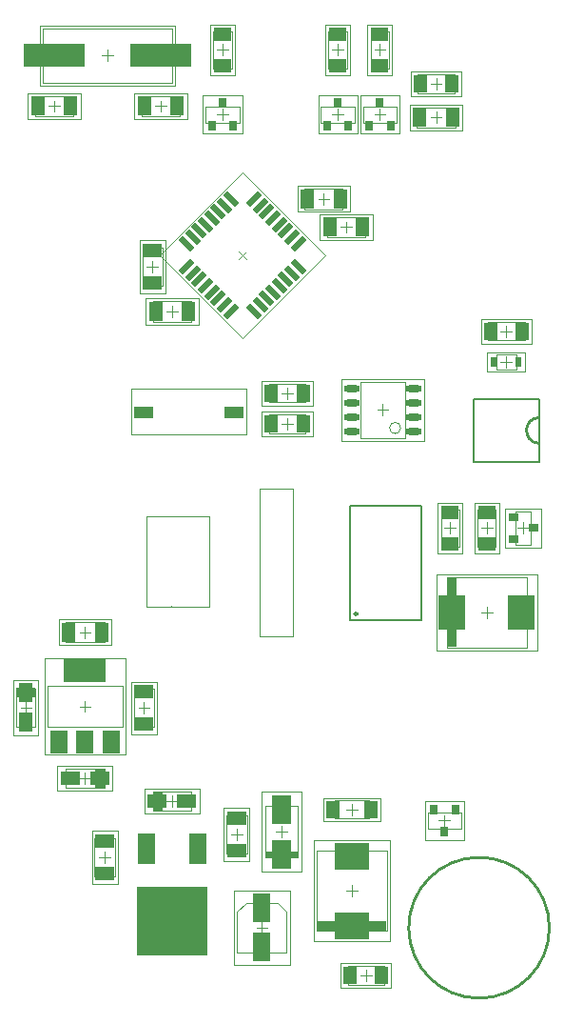
<source format=gtp>
G04*
G04 #@! TF.GenerationSoftware,Altium Limited,Altium Designer,21.3.2 (30)*
G04*
G04 Layer_Color=8421504*
%FSLAX25Y25*%
%MOIN*%
G70*
G04*
G04 #@! TF.SameCoordinates,3F51CCC3-8A4B-4D73-A1D2-239D5F55BC23*
G04*
G04*
G04 #@! TF.FilePolarity,Positive*
G04*
G01*
G75*
%ADD10C,0.01000*%
%ADD12C,0.00787*%
%ADD15C,0.00394*%
%ADD18R,0.03307X0.06692*%
%ADD19R,0.06692X0.03307*%
%ADD20R,0.03765X0.24488*%
%ADD21R,0.24488X0.03765*%
%ADD22R,0.11496X0.02436*%
%ADD23C,0.00197*%
%ADD24R,0.05118X0.07087*%
%ADD25R,0.21654X0.07874*%
%ADD26R,0.07087X0.04331*%
%ADD27R,0.07087X0.05118*%
%ADD28R,0.06299X0.09843*%
%ADD29R,0.07087X0.04842*%
%ADD30R,0.04842X0.07087*%
%ADD31R,0.09646X0.12402*%
%ADD32R,0.12402X0.09646*%
%ADD33R,0.06693X0.09843*%
%ADD34R,0.02461X0.03268*%
%ADD35R,0.04921X0.06496*%
%ADD36O,0.05709X0.02362*%
%ADD37R,0.03827X0.03158*%
%ADD38R,0.05906X0.07874*%
%ADD39R,0.14961X0.07874*%
%ADD40R,0.03150X0.03543*%
%ADD41R,0.06496X0.04724*%
%ADD42R,0.04724X0.06496*%
%ADD43R,0.24803X0.24016*%
%ADD44R,0.05906X0.11024*%
G04:AMPARAMS|DCode=45|XSize=21.65mil|YSize=59.06mil|CornerRadius=0mil|HoleSize=0mil|Usage=FLASHONLY|Rotation=225.000|XOffset=0mil|YOffset=0mil|HoleType=Round|Shape=Rectangle|*
%AMROTATEDRECTD45*
4,1,4,-0.01322,0.02854,0.02854,-0.01322,0.01322,-0.02854,-0.02854,0.01322,-0.01322,0.02854,0.0*
%
%ADD45ROTATEDRECTD45*%

G04:AMPARAMS|DCode=46|XSize=21.65mil|YSize=59.06mil|CornerRadius=0mil|HoleSize=0mil|Usage=FLASHONLY|Rotation=315.000|XOffset=0mil|YOffset=0mil|HoleType=Round|Shape=Rectangle|*
%AMROTATEDRECTD46*
4,1,4,-0.02854,-0.01322,0.01322,0.02854,0.02854,0.01322,-0.01322,-0.02854,-0.02854,-0.01322,0.0*
%
%ADD46ROTATEDRECTD46*%

D10*
X191282Y25589D02*
G03*
X191282Y25492I-24648J-97D01*
G01*
X123937Y135307D02*
G03*
X123937Y135307I-500J0D01*
G01*
X187593Y204036D02*
G03*
X187458Y195049I166J-4497D01*
G01*
D12*
X121437Y173307D02*
X146437D01*
Y133307D02*
Y173307D01*
X121437Y133307D02*
X146437D01*
X121437D02*
Y173307D01*
Y133307D02*
Y173307D01*
X164760Y188567D02*
Y210567D01*
Y188567D02*
X187760D01*
X164760Y210567D02*
X187760D01*
Y188567D02*
Y210567D01*
D15*
X44713Y198209D02*
X85213D01*
Y214209D01*
X44713D02*
X85213D01*
X44713Y198209D02*
Y214209D01*
X72008Y145630D02*
Y161484D01*
X50197Y169543D02*
X62008D01*
X50197Y137953D02*
Y169543D01*
X72008Y161484D02*
Y169543D01*
X58697D02*
X72102D01*
X58858Y137953D02*
Y138043D01*
X50197Y137953D02*
X72102D01*
X72008D02*
Y145630D01*
X89567Y127638D02*
Y179213D01*
X101378D01*
Y127638D02*
Y179213D01*
X89567Y127638D02*
X101378D01*
X82270Y262219D02*
X85053Y259435D01*
X82270Y259435D02*
X85053Y262219D01*
X54570Y260827D02*
X83661Y289918D01*
Y231735D02*
X112753Y260827D01*
X54570D02*
X83661Y231735D01*
Y289918D02*
X112753Y260827D01*
X139173Y200394D02*
G03*
X139173Y200394I-1969J0D01*
G01*
X105512Y284055D02*
X118898D01*
X105512Y276969D02*
X118898D01*
X105512D02*
Y284055D01*
X118898Y276969D02*
Y284055D01*
X59153Y321161D02*
Y340256D01*
X13681Y321161D02*
Y340256D01*
Y321161D02*
X59153D01*
X13681Y340256D02*
X59153D01*
X55709Y250197D02*
Y263583D01*
X48622Y250197D02*
Y263583D01*
X55709D01*
X48622Y250197D02*
X55709D01*
X96063Y34252D02*
X99213Y31102D01*
X81890Y16929D02*
X99213Y16732D01*
X81890Y31102D02*
X85039Y34252D01*
X96063D01*
X99213Y16732D02*
Y31102D01*
X81890Y16929D02*
Y31102D01*
X78150Y64764D02*
X85236D01*
X78150Y51378D02*
X85236D01*
Y64764D01*
X78150Y51378D02*
Y64764D01*
X52362Y66536D02*
X65807D01*
X52362Y73228D02*
X65807D01*
Y66536D02*
Y73228D01*
X52362Y66536D02*
Y73228D01*
X31890Y43504D02*
X38976D01*
X31890Y56890D02*
X38976D01*
X31890Y43504D02*
Y56890D01*
X38976Y43504D02*
Y56890D01*
X21791Y81102D02*
X35236D01*
X21791Y74410D02*
X35236D01*
X21791D02*
Y81102D01*
X35236Y74410D02*
Y81102D01*
X45669Y109055D02*
X52756D01*
X45669Y95669D02*
X52756D01*
Y109055D01*
X45669Y95669D02*
Y109055D01*
X4528Y95847D02*
Y109291D01*
X11220Y95847D02*
Y109291D01*
X4528Y95847D02*
X11220D01*
X4528Y109291D02*
X11220D01*
X35236Y125394D02*
Y132480D01*
X21850Y125394D02*
Y132480D01*
Y125394D02*
X35236D01*
X21850Y132480D02*
X35236D01*
X52362Y237598D02*
Y244685D01*
X65748Y237598D02*
Y244685D01*
X52362D02*
X65748D01*
X52362Y237598D02*
X65748D01*
X113386Y274213D02*
X126772D01*
X113386Y267126D02*
X126772D01*
X113386D02*
Y274213D01*
X126772Y267126D02*
Y274213D01*
X158268Y305512D02*
Y312598D01*
X144882Y305512D02*
Y312598D01*
Y305512D02*
X158268D01*
X144882Y312598D02*
X158268D01*
X48425Y316535D02*
X61811D01*
X48425Y309449D02*
X61811D01*
X48425D02*
Y316535D01*
X61811Y309449D02*
Y316535D01*
X11024Y309449D02*
Y316535D01*
X24409Y309449D02*
Y316535D01*
X11024D02*
X24409D01*
X11024Y309449D02*
X24409D01*
X183287Y123583D02*
Y148071D01*
X155295Y123583D02*
Y148071D01*
Y123583D02*
X183287D01*
X155295Y148071D02*
X183287D01*
X109803Y24390D02*
Y52382D01*
X134291Y24390D02*
Y52382D01*
X109803Y24390D02*
X134291D01*
X109803Y52382D02*
X134291D01*
X91693Y68110D02*
X103189D01*
X91693Y50000D02*
X103189D01*
Y68110D01*
X91693Y50000D02*
Y68110D01*
X172638Y220768D02*
Y226083D01*
X179724Y220768D02*
Y226083D01*
X172638D02*
X179724D01*
X172638Y220768D02*
X179724D01*
X115945Y63878D02*
Y69980D01*
X128150Y63878D02*
Y69980D01*
X115945D02*
X128150D01*
X115945Y63878D02*
X128150D01*
X125000Y216535D02*
X140748D01*
X125000Y196850D02*
X140748D01*
X125000D02*
Y216535D01*
X140748Y196850D02*
Y216535D01*
X179331Y159449D02*
X184843D01*
X179331Y171260D02*
X184843D01*
Y159449D02*
Y171260D01*
X179331Y159449D02*
Y171260D01*
X15354Y95669D02*
X41732D01*
X15354Y110236D02*
X41732D01*
X15354Y95669D02*
Y110236D01*
X41732Y95669D02*
Y110236D01*
X148622Y60236D02*
Y65748D01*
Y60236D02*
X160433D01*
X148622Y65748D02*
X160433D01*
Y60236D02*
Y65748D01*
X82677Y307283D02*
Y312795D01*
X70866D02*
X82677D01*
X70866Y307283D02*
X82677D01*
X70866D02*
Y312795D01*
X123031Y307283D02*
Y312795D01*
X111221D02*
X123031D01*
X111221Y307283D02*
X123031D01*
X111221D02*
Y312795D01*
X137795Y307283D02*
Y312795D01*
X125984D02*
X137795D01*
X125984Y307283D02*
X137795D01*
X125984D02*
Y312795D01*
X153248Y158957D02*
Y171752D01*
X159744Y158957D02*
Y171752D01*
X153248Y158957D02*
X159744D01*
X153248Y171752D02*
X159744D01*
X169783Y237500D02*
X182579D01*
X169783Y231004D02*
X182579D01*
X169783D02*
Y237500D01*
X182579Y231004D02*
Y237500D01*
X172539Y158957D02*
Y171752D01*
X166043Y158957D02*
Y171752D01*
X172539D01*
X166043Y158957D02*
X172539D01*
X120571Y12106D02*
X133366D01*
X120571Y5610D02*
X133366D01*
X120571D02*
Y12106D01*
X133366Y5610D02*
Y12106D01*
X145177Y324114D02*
X157972D01*
X145177Y317618D02*
X157972D01*
X145177D02*
Y324114D01*
X157972Y317618D02*
Y324114D01*
X80020Y326279D02*
Y339075D01*
X73524Y326279D02*
Y339075D01*
X80020D01*
X73524Y326279D02*
X80020D01*
X120374D02*
Y339075D01*
X113878Y326279D02*
Y339075D01*
X120374D01*
X113878Y326279D02*
X120374D01*
X135138D02*
Y339075D01*
X128642Y326279D02*
Y339075D01*
X135138D01*
X128642Y326279D02*
X135138D01*
X93012Y209350D02*
X105807D01*
X93012Y215846D02*
X105807D01*
Y209350D02*
Y215846D01*
X93012Y209350D02*
Y215846D01*
Y198524D02*
X105807D01*
X93012Y205020D02*
X105807D01*
Y198524D02*
Y205020D01*
X93012Y198524D02*
Y205020D01*
X112205Y278543D02*
Y282480D01*
X110236Y280512D02*
X114173D01*
X34449Y330709D02*
X38386D01*
X36417Y328740D02*
Y332677D01*
X50197Y256890D02*
X54134D01*
X52165Y254921D02*
Y258858D01*
X90551Y23622D02*
Y27559D01*
X88583Y25591D02*
X92520D01*
X81693Y56102D02*
Y60039D01*
X79724Y58071D02*
X83661D01*
X59055Y67913D02*
Y71850D01*
X57087Y69882D02*
X61024D01*
X35433Y48228D02*
Y52165D01*
X33465Y50197D02*
X37402D01*
X28543Y75787D02*
Y79724D01*
X26575Y77756D02*
X30512D01*
X49213Y100394D02*
Y104331D01*
X47244Y102362D02*
X51181D01*
X5906Y102598D02*
X9843D01*
X7874Y100630D02*
Y104567D01*
X26575Y128937D02*
X30512D01*
X28543Y126969D02*
Y130905D01*
X57087Y241142D02*
X61024D01*
X59055Y239173D02*
Y243110D01*
X120079Y268701D02*
Y272638D01*
X118110Y270669D02*
X122047D01*
X149606Y309055D02*
X153543D01*
X151575Y307087D02*
Y311024D01*
X55118D02*
Y314961D01*
X53150Y312992D02*
X57087D01*
X15748D02*
X19685D01*
X17717Y311024D02*
Y314961D01*
X167323Y135827D02*
X171260D01*
X169291Y133858D02*
Y137795D01*
X120079Y38386D02*
X124016D01*
X122047Y36417D02*
Y40354D01*
X97441Y57087D02*
Y61024D01*
X95472Y59055D02*
X99409D01*
X174213Y223425D02*
X178150D01*
X176181Y221457D02*
Y225394D01*
X120079Y66929D02*
X124016D01*
X122047Y64961D02*
Y68898D01*
X132874Y204724D02*
Y208661D01*
X130905Y206693D02*
X134843D01*
X182087Y163386D02*
Y167323D01*
X180118Y165354D02*
X184055D01*
X28543Y100984D02*
Y104921D01*
X26575Y102953D02*
X30512D01*
X154528Y61024D02*
Y64961D01*
X152559Y62992D02*
X156496D01*
X76772Y308071D02*
Y312008D01*
X74803Y310039D02*
X78740D01*
X117126Y308071D02*
Y312008D01*
X115157Y310039D02*
X119095D01*
X131890Y308071D02*
Y312008D01*
X129921Y310039D02*
X133858D01*
X154528Y165354D02*
X158465D01*
X156496Y163386D02*
Y167323D01*
X176181Y232283D02*
Y236221D01*
X174213Y234252D02*
X178150D01*
X167323Y165354D02*
X171260D01*
X169291Y163386D02*
Y167323D01*
X126969Y6890D02*
Y10827D01*
X125000Y8858D02*
X128937D01*
X151575Y318898D02*
Y322835D01*
X149606Y320866D02*
X153543D01*
X74803Y332677D02*
X78740D01*
X76772Y330709D02*
Y334646D01*
X115157Y332677D02*
X119095D01*
X117126Y330709D02*
Y334646D01*
X129921Y332677D02*
X133858D01*
X131890Y330709D02*
Y334646D01*
X99410Y210630D02*
Y214567D01*
X97441Y212598D02*
X101378D01*
X99410Y199803D02*
Y203740D01*
X97441Y201772D02*
X101378D01*
D18*
X53959Y69881D02*
D03*
X33640Y77755D02*
D03*
D19*
X7873Y107696D02*
D03*
D20*
X157178Y135827D02*
D03*
D21*
X122047Y26272D02*
D03*
D22*
X97443Y51219D02*
D03*
D23*
X102953Y285039D02*
X121457D01*
X102953Y275984D02*
X121457D01*
X102953D02*
Y285039D01*
X121457Y275984D02*
Y285039D01*
X60138Y320177D02*
Y341240D01*
X12697Y320177D02*
Y341240D01*
Y320177D02*
X60138D01*
X12697Y341240D02*
X60138D01*
X56693Y247638D02*
Y266142D01*
X47638Y247638D02*
Y266142D01*
X56693D01*
X47638Y247638D02*
X56693D01*
X80709Y38583D02*
X100394D01*
X80709Y12598D02*
X100394D01*
Y38583D01*
X80709Y12598D02*
Y38583D01*
X77165Y67323D02*
X86221D01*
X77165Y48819D02*
X86221D01*
Y67323D01*
X77165Y48819D02*
Y67323D01*
X49370Y65551D02*
Y74213D01*
Y65551D02*
X68740D01*
X49370Y74213D02*
X68740D01*
Y65551D02*
Y74213D01*
X30906Y40945D02*
X39961D01*
X30906Y59449D02*
X39961D01*
X30906Y40945D02*
Y59449D01*
X39961Y40945D02*
Y59449D01*
X38228Y73425D02*
Y82087D01*
X18858D02*
X38228D01*
X18858Y73425D02*
X38228D01*
X18858D02*
Y82087D01*
X44685Y111614D02*
X53740D01*
X44685Y93110D02*
X53740D01*
Y111614D01*
X44685Y93110D02*
Y111614D01*
X3543Y112284D02*
X12205D01*
X3543Y92913D02*
Y112284D01*
X12205Y92913D02*
Y112284D01*
X3543Y92913D02*
X12205D01*
X37795Y124409D02*
Y133465D01*
X19291Y124409D02*
Y133465D01*
Y124409D02*
X37795D01*
X19291Y133465D02*
X37795D01*
X49803Y236614D02*
Y245669D01*
X68307Y236614D02*
Y245669D01*
X49803D02*
X68307D01*
X49803Y236614D02*
X68307D01*
X110827Y275197D02*
X129331D01*
X110827Y266142D02*
X129331D01*
X110827D02*
Y275197D01*
X129331Y266142D02*
Y275197D01*
X160827Y304528D02*
Y313583D01*
X142323Y304528D02*
Y313583D01*
Y304528D02*
X160827D01*
X142323Y313583D02*
X160827D01*
X45866Y317520D02*
X64370D01*
X45866Y308465D02*
X64370D01*
X45866D02*
Y317520D01*
X64370Y308465D02*
Y317520D01*
X8465Y308465D02*
Y317520D01*
X26969Y308465D02*
Y317520D01*
X8465D02*
X26969D01*
X8465Y308465D02*
X26969D01*
X187008Y122441D02*
Y149213D01*
X151575Y122441D02*
Y149213D01*
Y122441D02*
X187008D01*
X151575Y149213D02*
X187008D01*
X108661Y20669D02*
Y56102D01*
X135433Y20669D02*
Y56102D01*
X108661Y20669D02*
X135433D01*
X108661Y56102D02*
X135433D01*
X90551Y73055D02*
X104331D01*
X90551Y45055D02*
X104331D01*
Y73055D01*
X90551Y45055D02*
Y73055D01*
X169488Y220079D02*
Y226772D01*
X182874Y220079D02*
Y226772D01*
X169488D02*
X182874D01*
X169488Y220079D02*
X182874D01*
X112008Y62894D02*
Y70965D01*
X132087Y62894D02*
Y70965D01*
X112008D02*
X132087D01*
X112008Y62894D02*
X132087D01*
X118307Y217520D02*
X147441D01*
X118307Y195866D02*
X147441D01*
X118307D02*
Y217520D01*
X147441Y195866D02*
Y217520D01*
X175787Y158465D02*
X188386D01*
X175787Y172244D02*
X188386D01*
Y158465D02*
Y172244D01*
X175787Y158465D02*
Y172244D01*
X14370Y86221D02*
X42717D01*
X14370Y119685D02*
X42717D01*
X14370Y86221D02*
Y119685D01*
X42717Y86221D02*
Y119685D01*
X147638Y69685D02*
X161417D01*
X147638Y56299D02*
X161417D01*
Y69685D01*
X147638Y56299D02*
Y69685D01*
X69882Y303346D02*
X83661D01*
X69882Y316732D02*
X83661D01*
X69882Y303346D02*
Y316732D01*
X83661Y303346D02*
Y316732D01*
X110236Y303346D02*
X124016D01*
X110236Y316732D02*
X124016D01*
X110236Y303346D02*
Y316732D01*
X124016Y303346D02*
Y316732D01*
X125000Y303346D02*
X138779D01*
X125000Y316732D02*
X138779D01*
X125000Y303346D02*
Y316732D01*
X138779Y303346D02*
Y316732D01*
X152165Y156496D02*
Y174213D01*
X160827Y156496D02*
Y174213D01*
X152165Y156496D02*
X160827D01*
X152165Y174213D02*
X160827D01*
X167323Y238583D02*
X185039D01*
X167323Y229921D02*
X185039D01*
X167323D02*
Y238583D01*
X185039Y229921D02*
Y238583D01*
X173622Y156496D02*
Y174213D01*
X164961Y156496D02*
Y174213D01*
X173622D01*
X164961Y156496D02*
X173622D01*
X118110Y13189D02*
X135827D01*
X118110Y4528D02*
X135827D01*
X118110D02*
Y13189D01*
X135827Y4528D02*
Y13189D01*
X142717Y325197D02*
X160433D01*
X142717Y316535D02*
X160433D01*
X142717D02*
Y325197D01*
X160433Y316535D02*
Y325197D01*
X81102Y323819D02*
Y341535D01*
X72441Y323819D02*
Y341535D01*
X81102D01*
X72441Y323819D02*
X81102D01*
X121457D02*
Y341535D01*
X112795Y323819D02*
Y341535D01*
X121457D01*
X112795Y323819D02*
X121457D01*
X136221D02*
Y341535D01*
X127559Y323819D02*
Y341535D01*
X136221D01*
X127559Y323819D02*
X136221D01*
X90551Y208268D02*
X108268D01*
X90551Y216929D02*
X108268D01*
Y208268D02*
Y216929D01*
X90551Y208268D02*
Y216929D01*
Y197441D02*
X108268D01*
X90551Y206102D02*
X108268D01*
Y197441D02*
Y206102D01*
X90551Y197441D02*
Y206102D01*
D24*
X106496Y280512D02*
D03*
X117913D02*
D03*
X34252Y128937D02*
D03*
X22835D02*
D03*
X53347Y241142D02*
D03*
X64764D02*
D03*
X114370Y270669D02*
D03*
X125787D02*
D03*
X157283Y309055D02*
D03*
X145866D02*
D03*
X49409Y312992D02*
D03*
X60827D02*
D03*
X12008D02*
D03*
X23425D02*
D03*
D25*
X17717Y330709D02*
D03*
X55118D02*
D03*
D26*
X49213Y205709D02*
D03*
X80709D02*
D03*
D27*
X52165Y262598D02*
D03*
Y251181D02*
D03*
X81693Y63779D02*
D03*
Y52362D02*
D03*
X35433Y44488D02*
D03*
Y55905D02*
D03*
X49213Y108071D02*
D03*
Y96653D02*
D03*
D28*
X90551Y32480D02*
D03*
Y18701D02*
D03*
D29*
X64213Y69882D02*
D03*
X53898D02*
D03*
X23386Y77756D02*
D03*
X33701D02*
D03*
D30*
X7874Y97441D02*
D03*
Y107756D02*
D03*
D31*
X181496Y135827D02*
D03*
X157087D02*
D03*
D32*
X122047Y26181D02*
D03*
Y50591D02*
D03*
D33*
X97441Y66929D02*
D03*
Y51181D02*
D03*
D34*
X171801Y223425D02*
D03*
X180561D02*
D03*
D35*
X115256Y66929D02*
D03*
X128839D02*
D03*
D36*
X122146Y214193D02*
D03*
Y209193D02*
D03*
Y204193D02*
D03*
Y199193D02*
D03*
X143602Y214193D02*
D03*
Y209193D02*
D03*
Y204193D02*
D03*
Y199193D02*
D03*
D37*
X185571Y165354D02*
D03*
X178602Y161614D02*
D03*
Y169095D02*
D03*
D38*
X19488Y90551D02*
D03*
X28543D02*
D03*
X37598D02*
D03*
D39*
X28543Y115354D02*
D03*
D40*
X158268Y66929D02*
D03*
X150787D02*
D03*
X154528Y59055D02*
D03*
X73032Y306102D02*
D03*
X80512D02*
D03*
X76772Y313976D02*
D03*
X113386Y306102D02*
D03*
X120866D02*
D03*
X117126Y313976D02*
D03*
X128150Y306102D02*
D03*
X135630D02*
D03*
X131890Y313976D02*
D03*
D41*
X156496Y159843D02*
D03*
Y170866D02*
D03*
X169291D02*
D03*
Y159843D02*
D03*
X76772Y338189D02*
D03*
Y327165D02*
D03*
X117126Y338189D02*
D03*
Y327165D02*
D03*
X131890Y338189D02*
D03*
Y327165D02*
D03*
D42*
X170669Y234252D02*
D03*
X181693D02*
D03*
X121457Y8858D02*
D03*
X132480D02*
D03*
X146063Y320866D02*
D03*
X157087D02*
D03*
X104921Y212598D02*
D03*
X93898D02*
D03*
X104921Y201772D02*
D03*
X93898D02*
D03*
D43*
X58913Y27756D02*
D03*
D44*
X67913Y53150D02*
D03*
X49913D02*
D03*
D45*
X103288Y256790D02*
D03*
X101061Y254563D02*
D03*
X98834Y252336D02*
D03*
X96606Y250109D02*
D03*
X94379Y247882D02*
D03*
X92152Y245655D02*
D03*
X89925Y243427D02*
D03*
X87698Y241200D02*
D03*
X64035Y264863D02*
D03*
X66262Y267091D02*
D03*
X68489Y269318D02*
D03*
X70716Y271545D02*
D03*
X72944Y273772D02*
D03*
X75171Y275999D02*
D03*
X77398Y278226D02*
D03*
X79625Y280453D02*
D03*
D46*
Y241200D02*
D03*
X77398Y243427D02*
D03*
X75171Y245655D02*
D03*
X72944Y247882D02*
D03*
X70716Y250109D02*
D03*
X68489Y252336D02*
D03*
X66262Y254563D02*
D03*
X64035Y256790D02*
D03*
X87698Y280453D02*
D03*
X89925Y278226D02*
D03*
X92152Y275999D02*
D03*
X94379Y273772D02*
D03*
X96606Y271545D02*
D03*
X98834Y269318D02*
D03*
X101061Y267091D02*
D03*
X103288Y264863D02*
D03*
M02*

</source>
